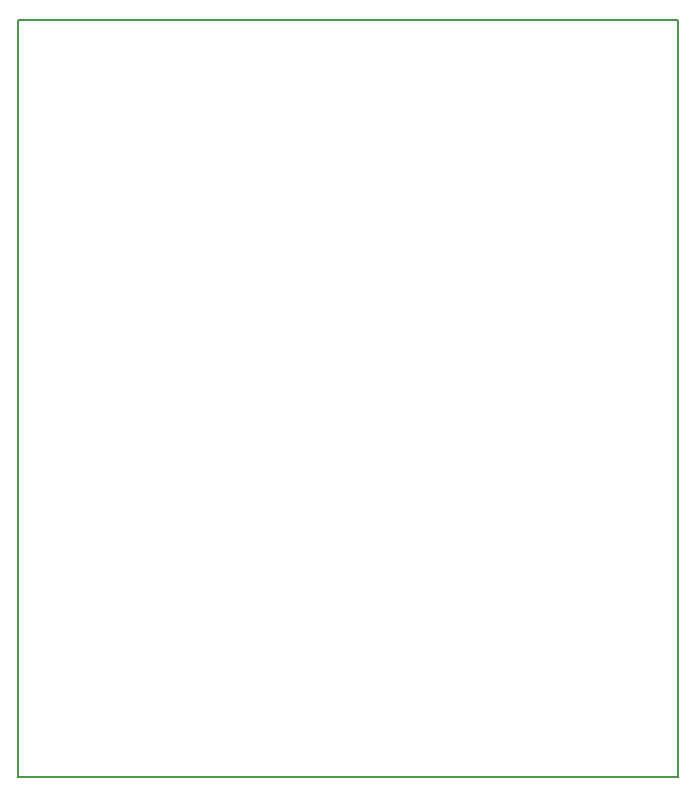
<source format=gbr>
%TF.GenerationSoftware,KiCad,Pcbnew,(5.0.2)-1*%
%TF.CreationDate,2019-02-18T18:23:53-07:00*%
%TF.ProjectId,ParkingSystem,5061726b-696e-4675-9379-7374656d2e6b,v01*%
%TF.SameCoordinates,Original*%
%TF.FileFunction,Profile,NP*%
%FSLAX46Y46*%
G04 Gerber Fmt 4.6, Leading zero omitted, Abs format (unit mm)*
G04 Created by KiCad (PCBNEW (5.0.2)-1) date 2019-02-18 6:23:53 PM*
%MOMM*%
%LPD*%
G01*
G04 APERTURE LIST*
%ADD10C,0.200000*%
G04 APERTURE END LIST*
D10*
X124460000Y-99060000D02*
X68580000Y-99060000D01*
X124460000Y-35000000D02*
X124460000Y-99060000D01*
X68580000Y-35000000D02*
X124460000Y-35000000D01*
X68580000Y-99060000D02*
X68580000Y-35000000D01*
M02*

</source>
